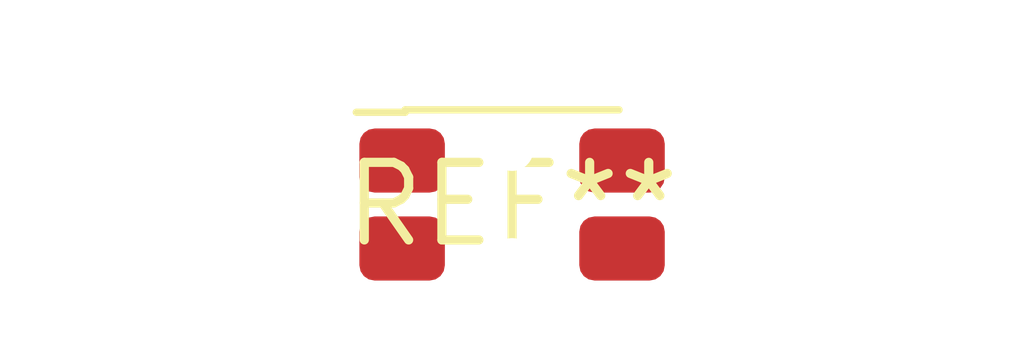
<source format=kicad_pcb>
(kicad_pcb (version 20240108) (generator pcbnew)
  (layers (0 "F.Cu" signal) (31 "B.Cu" signal) (34 "B.Paste" user) (35 "F.Paste" user) (36 "B.SilkS" user "B.Silkscreen") (37 "F.SilkS" user "F.Silkscreen") (38 "B.Mask" user) (39 "F.Mask" user) (44 "Edge.Cuts" user))
  (net 0 "")
  (footprint "SW_SPST_EVQP7C" (layer "F.Cu") (at 0 0)
    (property "Reference" "REF**")
    (property "Value" "SW_SPST_EVQP7C")
    (fp_line (start -2.55 -1.51) (end -1.75 -1.51) (layer "F.SilkS") (stroke (width 0.12)))
    (fp_line (start -1.75 -1.55) (end -1.75 -1.51) (layer "F.SilkS") (stroke (width 0.12)))
    (fp_line (start -1.75 -1.55) (end 1.75 -1.55) (layer "F.SilkS") (stroke (width 0.12)))
    (pad "" np_thru_hole circle (at 0 -0.9) (size 0.7 0.7) (drill 0.7) (layers *.Cu *.Mask))
    (pad "" np_thru_hole circle (at 0 0.9) (size 0.7 0.7) (drill 0.7) (layers *.Cu *.Mask))
    (pad "1" smd roundrect (at -1.8 -0.72) (size 1.4 1.05) (layers "F.Cu" "F.Paste" "F.Mask") (roundrect_rratio 0.2380952381))
    (pad "1" smd roundrect (at 1.8 -0.72) (size 1.4 1.05) (layers "F.Cu" "F.Paste" "F.Mask") (roundrect_rratio 0.2380952381))
    (pad "2" smd roundrect (at -1.8 0.72) (size 1.4 1.05) (layers "F.Cu" "F.Paste" "F.Mask") (roundrect_rratio 0.2380952381))
    (pad "2" smd roundrect (at 1.8 0.72) (size 1.4 1.05) (layers "F.Cu" "F.Paste" "F.Mask") (roundrect_rratio 0.2380952381))
  )
)
</source>
